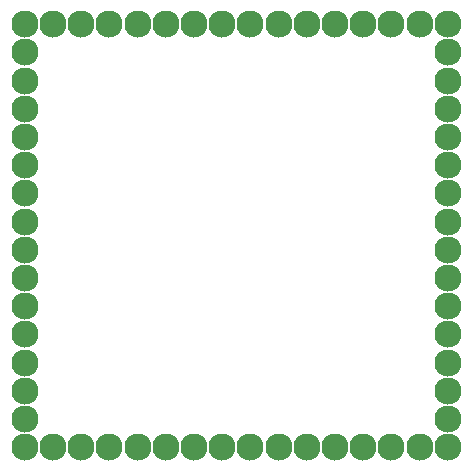
<source format=gbs>
G04*
G04 #@! TF.GenerationSoftware,Altium Limited,Altium Designer,21.8.1 (53)*
G04*
G04 Layer_Color=16711935*
%FSLAX25Y25*%
%MOIN*%
G70*
G04*
G04 #@! TF.SameCoordinates,1A9603C8-DC4E-418C-A41D-35C8E6E290D8*
G04*
G04*
G04 #@! TF.FilePolarity,Negative*
G04*
G01*
G75*
%ADD12C,0.09055*%
D12*
X166957Y119957D02*
D03*
Y157557D02*
D03*
Y91757D02*
D03*
Y166957D02*
D03*
Y129357D02*
D03*
Y138757D02*
D03*
Y148157D02*
D03*
Y101157D02*
D03*
Y110557D02*
D03*
Y25957D02*
D03*
Y63557D02*
D03*
Y72957D02*
D03*
Y82357D02*
D03*
Y35357D02*
D03*
Y44757D02*
D03*
Y54157D02*
D03*
X25957Y25957D02*
D03*
X72957D02*
D03*
X35357D02*
D03*
X63557D02*
D03*
X54157D02*
D03*
X44757D02*
D03*
X82357D02*
D03*
X91757D02*
D03*
X129357D02*
D03*
X101157D02*
D03*
X119957D02*
D03*
X110557D02*
D03*
X157557D02*
D03*
X148157D02*
D03*
X138757D02*
D03*
X25957Y119957D02*
D03*
Y157557D02*
D03*
Y91757D02*
D03*
Y166957D02*
D03*
Y129357D02*
D03*
Y138757D02*
D03*
Y148157D02*
D03*
Y101157D02*
D03*
Y110557D02*
D03*
Y35357D02*
D03*
Y44757D02*
D03*
Y54157D02*
D03*
Y63557D02*
D03*
Y72957D02*
D03*
Y82357D02*
D03*
X35357Y166957D02*
D03*
X72957D02*
D03*
X63557D02*
D03*
X54157D02*
D03*
X44757D02*
D03*
X82357D02*
D03*
X157557D02*
D03*
X129357D02*
D03*
X101157D02*
D03*
X91757D02*
D03*
X119957D02*
D03*
X110557D02*
D03*
X148157D02*
D03*
X138757D02*
D03*
M02*

</source>
